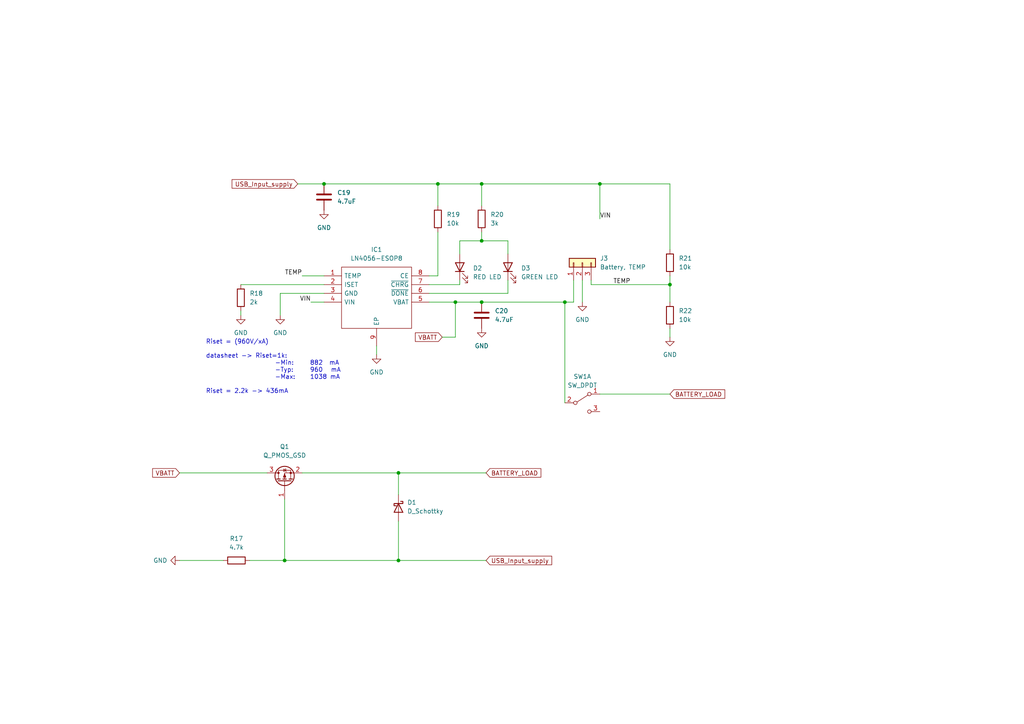
<source format=kicad_sch>
(kicad_sch (version 20211123) (generator eeschema)
  (paper "A4")
  (lib_symbols
    (symbol "Connector_Generic:Conn_01x03" (pin_names (offset 1.016) hide)
      (property "Reference" "J" (at 0 5.08 0))
      (property "Value" "Conn_01x03" (at 0 -5.08 0))
      (symbol "Conn_01x03_1_1"
        (rectangle (start -1.27 -2.413) (end 0 -2.667) (stroke (width 0.1524)))
        (rectangle (start -1.27 0.127) (end 0 -0.127) (stroke (width 0.1524)))
        (rectangle (start -1.27 2.667) (end 0 2.413) (stroke (width 0.1524)))
        (rectangle (start -1.27 3.81) (end 1.27 -3.81) (stroke (width 0.254)) (fill (type background)))
        (pin passive line (at -5.08 2.54 0) (length 3.81) (name "Pin_1") (number "1"))
        (pin passive line (at -5.08 0 0) (length 3.81) (name "Pin_2") (number "2"))
        (pin passive line (at -5.08 -2.54 0) (length 3.81) (name "Pin_3") (number "3"))
      )
    )
    (symbol "Device:C" (pin_numbers hide) (pin_names (offset 0.254))
      (property "Reference" "C" (at 0.635 2.54 0))
      (property "Value" "C" (at 0.635 -2.54 0))
      (symbol "C_0_1"
        (polyline (pts (xy -2.032 -0.762) (xy 2.032 -0.762)) (stroke (width 0.508)))
        (polyline (pts (xy -2.032 0.762) (xy 2.032 0.762)) (stroke (width 0.508)))
      )
      (symbol "C_1_1"
        (pin passive line (at 0 3.81 270) (length 2.794) (name "~") (number "1"))
        (pin passive line (at 0 -3.81 90) (length 2.794) (name "~") (number "2"))
      )
    )
    (symbol "Device:D_Schottky" (pin_numbers hide) (pin_names (offset 1.016) hide)
      (property "Reference" "D" (at 0 2.54 0))
      (property "Value" "D_Schottky" (at 0 -2.54 0))
      (symbol "D_Schottky_0_1"
        (polyline (pts (xy 1.27 0) (xy -1.27 0)))
        (polyline (pts (xy 1.27 1.27) (xy 1.27 -1.27) (xy -1.27 0) (xy 1.27 1.27)) (stroke (width 0.254)))
        (polyline (pts (xy -1.905 0.635) (xy -1.905 1.27) (xy -1.27 1.27) (xy -1.27 -1.27) (xy -0.635 -1.27) (xy -0.635 -0.635)) (stroke (width 0.254)))
      )
      (symbol "D_Schottky_1_1"
        (pin passive line (at -3.81 0 0) (length 2.54) (name "K") (number "1"))
        (pin passive line (at 3.81 0 180) (length 2.54) (name "A") (number "2"))
      )
    )
    (symbol "Device:LED" (pin_numbers hide) (pin_names (offset 1.016) hide)
      (property "Reference" "D" (at 0 2.54 0))
      (property "Value" "LED" (at 0 -2.54 0))
      (symbol "LED_0_1"
        (polyline (pts (xy -1.27 -1.27) (xy -1.27 1.27)) (stroke (width 0.254)))
        (polyline (pts (xy -1.27 0) (xy 1.27 0)))
        (polyline (pts (xy 1.27 -1.27) (xy 1.27 1.27) (xy -1.27 0) (xy 1.27 -1.27)) (stroke (width 0.254)))
        (polyline (pts (xy -3.048 -0.762) (xy -4.572 -2.286) (xy -3.81 -2.286) (xy -4.572 -2.286) (xy -4.572 -1.524)))
        (polyline (pts (xy -1.778 -0.762) (xy -3.302 -2.286) (xy -2.54 -2.286) (xy -3.302 -2.286) (xy -3.302 -1.524)))
      )
      (symbol "LED_1_1"
        (pin passive line (at -3.81 0 0) (length 2.54) (name "K") (number "1"))
        (pin passive line (at 3.81 0 180) (length 2.54) (name "A") (number "2"))
      )
    )
    (symbol "Device:Q_PMOS_GSD" (pin_names (offset 0) hide)
      (property "Reference" "Q" (at 5.08 1.27 0))
      (property "Value" "Q_PMOS_GSD" (at 5.08 -1.27 0))
      (symbol "Q_PMOS_GSD_0_1"
        (polyline (pts (xy 0.254 0) (xy -2.54 0)))
        (polyline (pts (xy 0.254 1.905) (xy 0.254 -1.905)) (stroke (width 0.254)))
        (polyline (pts (xy 0.762 -1.27) (xy 0.762 -2.286)) (stroke (width 0.254)))
        (polyline (pts (xy 0.762 0.508) (xy 0.762 -0.508)) (stroke (width 0.254)))
        (polyline (pts (xy 0.762 2.286) (xy 0.762 1.27)) (stroke (width 0.254)))
        (polyline (pts (xy 2.54 2.54) (xy 2.54 1.778)))
        (polyline (pts (xy 2.54 -2.54) (xy 2.54 0) (xy 0.762 0)))
        (polyline (pts (xy 0.762 1.778) (xy 3.302 1.778) (xy 3.302 -1.778) (xy 0.762 -1.778)))
        (polyline (pts (xy 2.286 0) (xy 1.27 0.381) (xy 1.27 -0.381) (xy 2.286 0)) (fill (type outline)))
        (polyline (pts (xy 2.794 -0.508) (xy 2.921 -0.381) (xy 3.683 -0.381) (xy 3.81 -0.254)))
        (polyline (pts (xy 3.302 -0.381) (xy 2.921 0.254) (xy 3.683 0.254) (xy 3.302 -0.381)))
        (circle (center 1.651 0) (radius 2.794) (stroke (width 0.254)))
        (circle (center 2.54 -1.778) (radius 0.254) (fill (type outline)))
        (circle (center 2.54 1.778) (radius 0.254) (fill (type outline)))
      )
      (symbol "Q_PMOS_GSD_1_1"
        (pin input line (at -5.08 0 0) (length 2.54) (name "G") (number "1"))
        (pin passive line (at 2.54 -5.08 90) (length 2.54) (name "S") (number "2"))
        (pin passive line (at 2.54 5.08 270) (length 2.54) (name "D") (number "3"))
      )
    )
    (symbol "Device:R" (pin_numbers hide) (pin_names (offset 0))
      (property "Reference" "R" (at 2.032 0 90))
      (property "Value" "R" (at 0 0 90))
      (symbol "R_0_1"
        (rectangle (start -1.016 -2.54) (end 1.016 2.54) (stroke (width 0.254)))
      )
      (symbol "R_1_1"
        (pin passive line (at 0 3.81 270) (length 1.27) (name "~") (number "1"))
        (pin passive line (at 0 -3.81 90) (length 1.27) (name "~") (number "2"))
      )
    )
    (symbol "LN4056-ESOP8:LN4056-ESOP8" (pin_names (offset 0.762))
      (property "Reference" "IC" (at 25.146 5.08 0))
      (property "Value" "LN4056-ESOP8" (at 9.144 5.08 0))
      (symbol "LN4056-ESOP8_0_0"
        (pin passive line (at 0 0 0) (length 5.08) (name "TEMP") (number "1"))
        (pin passive line (at 0 -2.54 0) (length 5.08) (name "ISET") (number "2"))
        (pin passive line (at 0 -5.08 0) (length 5.08) (name "GND") (number "3"))
        (pin passive line (at 0 -7.62 0) (length 5.08) (name "VIN") (number "4"))
        (pin passive line (at 30.48 -7.62 180) (length 5.08) (name "VBAT") (number "5"))
        (pin passive line (at 30.48 -5.08 180) (length 5.08) (name "~{DONE}") (number "6"))
        (pin passive line (at 30.48 -2.54 180) (length 5.08) (name "~{CHRG}") (number "7"))
        (pin passive line (at 30.48 0 180) (length 5.08) (name "CE") (number "8"))
        (pin passive line (at 15.24 -20.32 90) (length 5.08) (name "EP") (number "9"))
      )
      (symbol "LN4056-ESOP8_0_1"
        (polyline (pts (xy 5.08 2.54) (xy 25.4 2.54) (xy 25.4 -15.24) (xy 5.08 -15.24) (xy 5.08 2.54)) (stroke (width 0.1524)))
      )
    )
    (symbol "Switch:SW_DPDT_x2" (pin_names (offset 0) hide)
      (property "Reference" "SW" (at 0 4.318 0))
      (property "Value" "SW_DPDT_x2" (at 0 -5.08 0))
      (symbol "SW_DPDT_x2_0_0"
        (circle (center -2.032 0) (radius 0.508))
        (circle (center 2.032 -2.54) (radius 0.508))
      )
      (symbol "SW_DPDT_x2_0_1"
        (polyline (pts (xy -1.524 0.254) (xy 1.651 2.286)))
        (circle (center 2.032 2.54) (radius 0.508))
      )
      (symbol "SW_DPDT_x2_1_1"
        (pin passive line (at 5.08 2.54 180) (length 2.54) (name "A") (number "1"))
        (pin passive line (at -5.08 0 0) (length 2.54) (name "B") (number "2"))
        (pin passive line (at 5.08 -2.54 180) (length 2.54) (name "C") (number "3"))
      )
      (symbol "SW_DPDT_x2_2_1"
        (pin passive line (at 5.08 2.54 180) (length 2.54) (name "A") (number "4"))
        (pin passive line (at -5.08 0 0) (length 2.54) (name "B") (number "5"))
        (pin passive line (at 5.08 -2.54 180) (length 2.54) (name "C") (number "6"))
      )
    )
    (symbol "power:GND" (power) (pin_names (offset 0))
      (property "Value" "GND" (at 0 -3.81 0))
      (symbol "GND_0_1"
        (polyline (pts (xy 0 0) (xy 0 -1.27) (xy 1.27 -1.27) (xy 0 -2.54) (xy -1.27 -1.27) (xy 0 -1.27)))
      )
      (symbol "GND_1_1"
        (pin power_in line (at 0 0 270) (length 0) hide (name "GND") (number "1"))
      )
    )
  )
  (junction (at 139.7 87.63))
  (junction (at 115.57 162.56))
  (junction (at 82.55 162.56))
  (junction (at 93.98 53.34))
  (junction (at 132.08 87.63))
  (junction (at 173.99 53.34))
  (junction (at 139.7 69.85))
  (junction (at 139.7 53.34))
  (junction (at 115.57 137.16))
  (junction (at 127 53.34))
  (junction (at 194.31 82.55))
  (junction (at 163.83 87.63))
  (wire (pts (xy 166.37 81.28) (xy 166.37 87.63)))
  (wire (pts (xy 194.31 53.34) (xy 194.31 72.39)))
  (wire (pts (xy 168.91 81.28) (xy 168.91 87.63)))
  (wire (pts (xy 173.99 53.34) (xy 173.99 63.5)))
  (wire (pts (xy 87.63 80.01) (xy 93.98 80.01)))
  (wire (pts (xy 133.35 73.66) (xy 133.35 69.85)))
  (wire (pts (xy 133.35 69.85) (xy 139.7 69.85)))
  (wire (pts (xy 127 53.34) (xy 93.98 53.34)))
  (wire (pts (xy 147.32 85.09) (xy 147.32 81.28)))
  (wire (pts (xy 139.7 53.34) (xy 173.99 53.34)))
  (wire (pts (xy 171.45 82.55) (xy 194.31 82.55)))
  (wire (pts (xy 52.07 162.56) (xy 64.77 162.56)))
  (wire (pts (xy 90.17 87.63) (xy 93.98 87.63)))
  (wire (pts (xy 139.7 59.69) (xy 139.7 53.34)))
  (wire (pts (xy 133.35 82.55) (xy 133.35 81.28)))
  (wire (pts (xy 140.97 162.56) (xy 115.57 162.56)))
  (wire (pts (xy 127 67.31) (xy 127 80.01)))
  (wire (pts (xy 171.45 82.55) (xy 171.45 81.28)))
  (wire (pts (xy 194.31 53.34) (xy 173.99 53.34)))
  (wire (pts (xy 52.07 137.16) (xy 77.47 137.16)))
  (wire (pts (xy 132.08 97.79) (xy 132.08 87.63)))
  (wire (pts (xy 82.55 162.56) (xy 115.57 162.56)))
  (wire (pts (xy 93.98 53.34) (xy 86.36 53.34)))
  (wire (pts (xy 81.28 85.09) (xy 81.28 91.44)))
  (wire (pts (xy 115.57 137.16) (xy 140.97 137.16)))
  (wire (pts (xy 127 53.34) (xy 127 59.69)))
  (wire (pts (xy 115.57 162.56) (xy 115.57 151.13)))
  (wire (pts (xy 72.39 162.56) (xy 82.55 162.56)))
  (wire (pts (xy 132.08 87.63) (xy 139.7 87.63)))
  (wire (pts (xy 139.7 53.34) (xy 127 53.34)))
  (wire (pts (xy 194.31 82.55) (xy 194.31 87.63)))
  (wire (pts (xy 147.32 69.85) (xy 147.32 73.66)))
  (wire (pts (xy 128.27 97.79) (xy 132.08 97.79)))
  (wire (pts (xy 139.7 69.85) (xy 147.32 69.85)))
  (wire (pts (xy 194.31 95.25) (xy 194.31 97.79)))
  (wire (pts (xy 82.55 162.56) (xy 82.55 144.78)))
  (wire (pts (xy 69.85 82.55) (xy 93.98 82.55)))
  (wire (pts (xy 166.37 87.63) (xy 163.83 87.63)))
  (wire (pts (xy 124.46 82.55) (xy 133.35 82.55)))
  (wire (pts (xy 124.46 80.01) (xy 127 80.01)))
  (wire (pts (xy 87.63 137.16) (xy 115.57 137.16)))
  (wire (pts (xy 69.85 90.17) (xy 69.85 91.44)))
  (wire (pts (xy 93.98 85.09) (xy 81.28 85.09)))
  (wire (pts (xy 124.46 85.09) (xy 147.32 85.09)))
  (wire (pts (xy 115.57 143.51) (xy 115.57 137.16)))
  (wire (pts (xy 173.99 114.3) (xy 194.31 114.3)))
  (wire (pts (xy 194.31 80.01) (xy 194.31 82.55)))
  (wire (pts (xy 163.83 87.63) (xy 139.7 87.63)))
  (wire (pts (xy 163.83 87.63) (xy 163.83 116.84)))
  (wire (pts (xy 124.46 87.63) (xy 132.08 87.63)))
  (wire (pts (xy 109.22 100.33) (xy 109.22 102.87)))
  (wire (pts (xy 139.7 67.31) (xy 139.7 69.85)))
  (text "Riset = (960V/xA)\n\ndatasheet -> Riset=1k:\n				-Min:	882  mA \n				-Typ:	960	 mA	\n				-Max:	1038 mA\n\nRiset = 2.2k -> 436mA" (at 59.69 114.3 0) (effects (font (size 1.27 1.27)) (justify left bottom)))
  (label "VIN" (at 173.99 63.5 0))
  (label "TEMP" (at 87.63 80.01 180))
  (label "VIN" (at 90.17 87.63 180))
  (label "TEMP" (at 182.88 82.55 180))
  (global_label "VBATT" (shape input) (at 52.07 137.16 180) (property "Intersheet References" "${INTERSHEET_REFS}" (effects hide)))
  (global_label "BATTERY_LOAD" (shape input) (at 194.31 114.3 0) (property "Intersheet References" "${INTERSHEET_REFS}" (effects hide)))
  (global_label "USB_Input_supply" (shape input) (at 140.97 162.56 0) (property "Intersheet References" "${INTERSHEET_REFS}" (effects hide)))
  (global_label "BATTERY_LOAD" (shape input) (at 140.97 137.16 0) (property "Intersheet References" "${INTERSHEET_REFS}" (effects hide)))
  (global_label "USB_Input_supply" (shape input) (at 86.36 53.34 180) (property "Intersheet References" "${INTERSHEET_REFS}" (effects hide)))
  (global_label "VBATT" (shape input) (at 128.27 97.79 180) (property "Intersheet References" "${INTERSHEET_REFS}" (effects hide)))
  (symbol (lib_id "Device:C") (at 93.98 57.15 0) (unit 1)
    (property "Reference" "C19" (at 97.79 55.8799 0) (effects (justify left)))
    (property "Value" "4.7uF" (at 97.79 58.4199 0) (effects (justify left)))
    (property "Footprint" "Capacitor_SMD:C_0805_2012Metric_Pad1.18x1.45mm_HandSolder" (effects hide))
  )
  (symbol (lib_id "Connector_Generic:Conn_01x03") (at 168.91 76.2 90) (unit 1)
    (property "Reference" "J3" (at 173.99 74.9299 90) (effects (justify right)))
    (property "Value" "Battery, TEMP" (at 173.99 77.4699 90) (effects (justify right)))
    (property "Footprint" "Connector_PinSocket_2.54mm:PinSocket_1x03_P2.54mm_Horizontal" (effects hide))
  )
  (symbol (lib_id "power:GND") (at 194.31 97.79 0) (unit 1)
    (property "Reference" "#PWR040" (effects hide))
    (property "Value" "GND" (at 194.31 102.87 0))
  )
  (symbol (lib_id "Device:R") (at 194.31 91.44 0) (unit 1)
    (property "Reference" "R22" (at 196.85 90.1699 0) (effects (justify left)))
    (property "Value" "10k" (at 196.85 92.7099 0) (effects (justify left)))
    (property "Footprint" "Resistor_SMD:R_0805_2012Metric_Pad1.20x1.40mm_HandSolder" (effects hide))
  )
  (symbol (lib_id "Device:Q_PMOS_GSD") (at 82.55 139.7 90) (unit 1)
    (property "Reference" "Q1" (at 82.55 129.54 90))
    (property "Value" "Q_PMOS_GSD" (at 82.55 132.08 90))
  )
  (symbol (lib_id "power:GND") (at 52.07 162.56 270) (unit 1)
    (property "Reference" "#PWR033" (effects hide))
    (property "Value" "GND" (at 44.45 162.56 90) (effects (justify left)))
  )
  (symbol (lib_id "Device:LED") (at 133.35 77.47 90) (unit 1)
    (property "Reference" "D2" (at 137.16 77.7874 90) (effects (justify right)))
    (property "Value" "RED LED" (at 137.16 80.3274 90) (effects (justify right)))
    (property "Footprint" "LED_SMD:LED_0805_2012Metric_Pad1.15x1.40mm_HandSolder" (effects hide))
  )
  (symbol (lib_id "Device:R") (at 68.58 162.56 90) (unit 1)
    (property "Reference" "R17" (at 68.58 156.21 90))
    (property "Value" "4.7k" (at 68.58 158.75 90))
    (property "Footprint" "Resistor_SMD:R_0805_2012Metric_Pad1.20x1.40mm_HandSolder" (effects hide))
  )
  (symbol (lib_id "power:GND") (at 93.98 60.96 0) (unit 1)
    (property "Reference" "#PWR036" (effects hide))
    (property "Value" "GND" (at 93.98 66.04 0))
  )
  (symbol (lib_id "power:GND") (at 109.22 102.87 0) (unit 1)
    (property "Reference" "#PWR037" (effects hide))
    (property "Value" "GND" (at 109.22 107.95 0))
  )
  (symbol (lib_id "Device:C") (at 139.7 91.44 0) (unit 1)
    (property "Reference" "C20" (at 143.51 90.1699 0) (effects (justify left)))
    (property "Value" "4.7uF" (at 143.51 92.7099 0) (effects (justify left)))
    (property "Footprint" "Capacitor_SMD:C_0805_2012Metric_Pad1.18x1.45mm_HandSolder" (effects hide))
  )
  (symbol (lib_id "power:GND") (at 69.85 91.44 0) (unit 1)
    (property "Reference" "#PWR034" (effects hide))
    (property "Value" "GND" (at 69.85 96.52 0))
  )
  (symbol (lib_id "Device:R") (at 69.85 86.36 0) (unit 1)
    (property "Reference" "R18" (at 72.39 85.0899 0) (effects (justify left)))
    (property "Value" "2k" (at 72.39 87.6299 0) (effects (justify left)))
    (property "Footprint" "Resistor_SMD:R_0805_2012Metric_Pad1.20x1.40mm_HandSolder" (effects hide))
  )
  (symbol (lib_id "Device:R") (at 127 63.5 0) (unit 1)
    (property "Reference" "R19" (at 129.54 62.2299 0) (effects (justify left)))
    (property "Value" "10k" (at 129.54 64.7699 0) (effects (justify left)))
    (property "Footprint" "Resistor_SMD:R_0805_2012Metric_Pad1.20x1.40mm_HandSolder" (effects hide))
  )
  (symbol (lib_id "Device:R") (at 194.31 76.2 0) (unit 1)
    (property "Reference" "R21" (at 196.85 74.9299 0) (effects (justify left)))
    (property "Value" "10k" (at 196.85 77.4699 0) (effects (justify left)))
    (property "Footprint" "Resistor_SMD:R_0805_2012Metric_Pad1.20x1.40mm_HandSolder" (effects hide))
  )
  (symbol (lib_id "power:GND") (at 168.91 87.63 0) (unit 1)
    (property "Reference" "#PWR039" (effects hide))
    (property "Value" "GND" (at 168.91 92.71 0))
  )
  (symbol (lib_id "power:GND") (at 81.28 91.44 0) (unit 1)
    (property "Reference" "#PWR035" (effects hide))
    (property "Value" "GND" (at 81.28 96.52 0))
  )
  (symbol (lib_id "Switch:SW_DPDT_x2") (at 168.91 116.84 0) (unit 1)
    (property "Reference" "SW1" (at 168.91 109.22 0))
    (property "Value" "SW_DPDT" (at 168.91 111.76 0))
    (property "Footprint" "Connector_PinHeader_2.54mm:PinHeader_1x03_P2.54mm_Horizontal" (effects hide))
  )
  (symbol (lib_id "LN4056-ESOP8:LN4056-ESOP8") (at 93.98 80.01 0) (unit 1)
    (property "Reference" "IC1" (at 109.22 72.39 0))
    (property "Value" "LN4056-ESOP8" (at 109.22 74.93 0))
    (property "Footprint" "SamacSys_Parts:SOIC127P600X175-9N" (effects hide))
    (property "Datasheet" "https://datasheet.lcsc.com/szlcsc/1906261508_Nanjing-Extension-Microelectronics-TP4056-42-ESOP8_C16581.pdf" (effects hide))
    (property "Description" "PMIC - Battery Management ESOP-8 RoHS" (effects hide))
    (property "Height" "1.75" (effects hide))
    (property "Manufacturer_Name" "Nanjing Extension Microelectronics" (effects hide))
    (property "Manufacturer_Part_Number" "TP4056-42-ESOP8" (effects hide))
  )
  (symbol (lib_id "Device:LED") (at 147.32 77.47 90) (unit 1)
    (property "Reference" "D3" (at 151.13 77.7874 90) (effects (justify right)))
    (property "Value" "GREEN LED" (at 151.13 80.3274 90) (effects (justify right)))
    (property "Footprint" "LED_SMD:LED_0805_2012Metric_Pad1.15x1.40mm_HandSolder" (effects hide))
  )
  (symbol (lib_id "Device:D_Schottky") (at 115.57 147.32 270) (unit 1)
    (property "Reference" "D1" (at 118.11 145.7324 90) (effects (justify left)))
    (property "Value" "D_Schottky" (at 118.11 148.2724 90) (effects (justify left)))
  )
  (symbol (lib_id "Device:R") (at 139.7 63.5 0) (unit 1)
    (property "Reference" "R20" (at 142.24 62.2299 0) (effects (justify left)))
    (property "Value" "3k" (at 142.24 64.7699 0) (effects (justify left)))
    (property "Footprint" "Resistor_SMD:R_0805_2012Metric_Pad1.20x1.40mm_HandSolder" (effects hide))
  )
  (symbol (lib_id "power:GND") (at 139.7 95.25 0) (unit 1)
    (property "Reference" "#PWR038" (effects hide))
    (property "Value" "GND" (at 139.7 100.33 0))
  )
)
</source>
